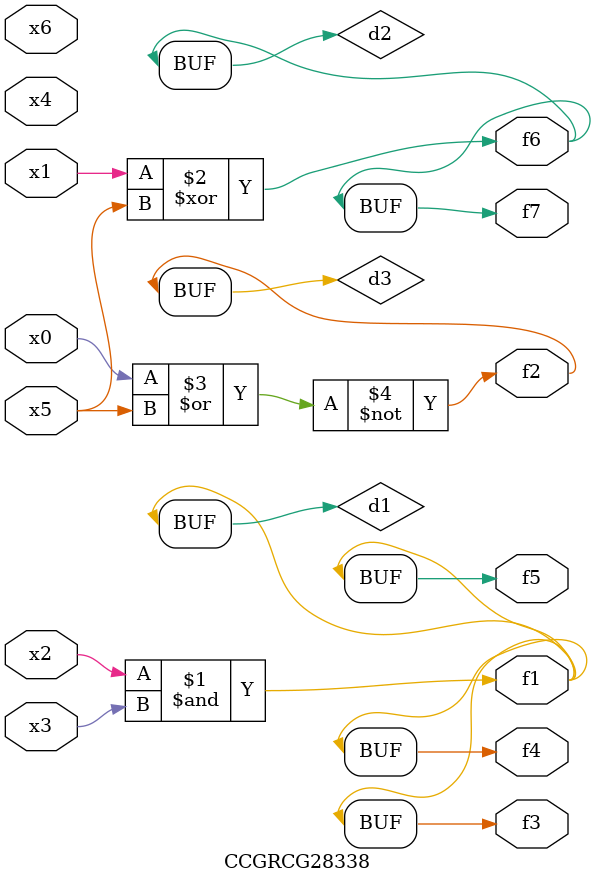
<source format=v>
module CCGRCG28338(
	input x0, x1, x2, x3, x4, x5, x6,
	output f1, f2, f3, f4, f5, f6, f7
);

	wire d1, d2, d3;

	and (d1, x2, x3);
	xor (d2, x1, x5);
	nor (d3, x0, x5);
	assign f1 = d1;
	assign f2 = d3;
	assign f3 = d1;
	assign f4 = d1;
	assign f5 = d1;
	assign f6 = d2;
	assign f7 = d2;
endmodule

</source>
